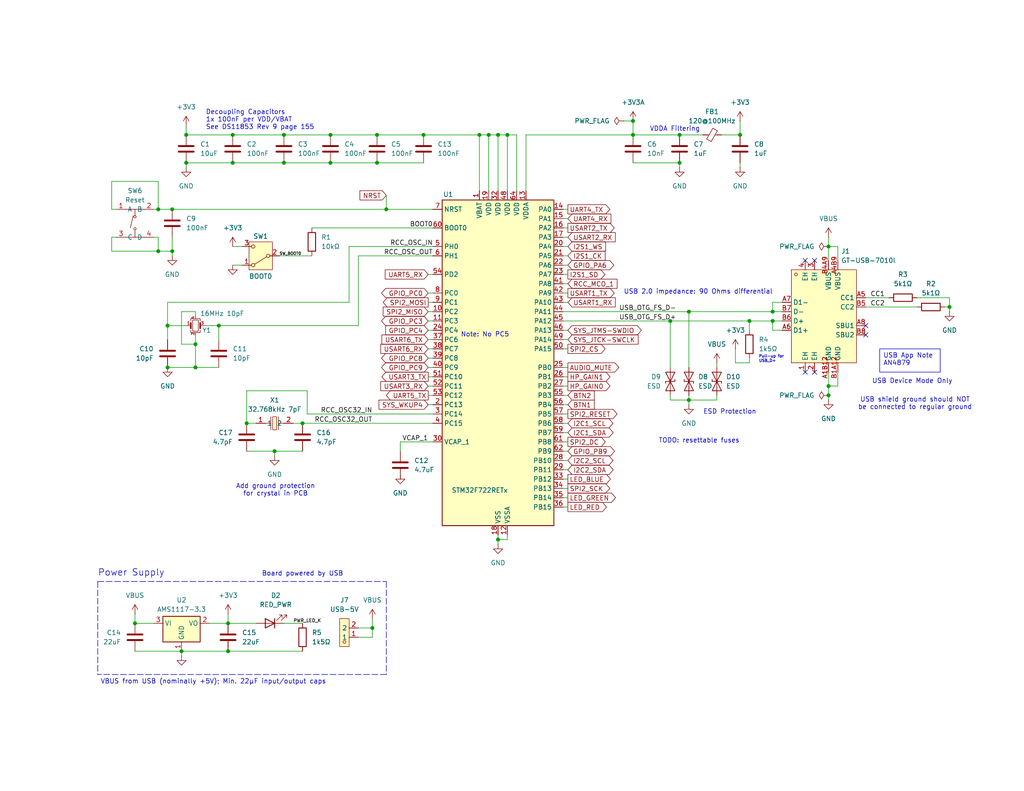
<source format=kicad_sch>
(kicad_sch (version 20231120) (generator "eeschema") (generator_version "8.0")
  (paper "USLetter")
  (title_block (title "MCU, Crystals, USB and Power") (date "2024-11-10") (rev "1") (company "Douglas P. Fields, Jr."))
  (junction (at 53.34 100.33))
  (junction (at 49.53 177.8))
  (junction (at 102.87 36.83))
  (junction (at 45.72 88.9))
  (junction (at 135.89 36.83))
  (junction (at 130.81 36.83))
  (junction (at 90.17 44.45))
  (junction (at 53.34 93.98))
  (junction (at 36.83 170.18))
  (junction (at 133.35 36.83))
  (junction (at 77.47 36.83))
  (junction (at 62.23 177.8))
  (junction (at 43.18 57.15))
  (junction (at 63.5 44.45))
  (junction (at 185.42 44.45))
  (junction (at 187.96 85.09))
  (junction (at 182.88 87.63))
  (junction (at 135.89 147.32))
  (junction (at 185.42 36.83))
  (junction (at 226.06 105.41))
  (junction (at 210.82 85.09))
  (junction (at 226.06 107.95))
  (junction (at 201.93 36.83))
  (junction (at 46.99 57.15))
  (junction (at 204.47 87.63))
  (junction (at 74.93 123.19))
  (junction (at 43.18 68.58))
  (junction (at 45.72 100.33))
  (junction (at 210.82 87.63))
  (junction (at 62.23 170.18))
  (junction (at 63.5 36.83))
  (junction (at 82.55 115.57))
  (junction (at 46.99 68.58))
  (junction (at 101.6 171.45))
  (junction (at 50.8 36.83))
  (junction (at 187.96 109.22))
  (junction (at 67.31 115.57))
  (junction (at 50.8 44.45))
  (junction (at 77.47 44.45))
  (junction (at 172.72 36.83))
  (junction (at 138.43 36.83))
  (junction (at 90.17 36.83))
  (junction (at 102.87 44.45))
  (junction (at 172.72 33.02))
  (junction (at 226.06 67.31))
  (junction (at 115.57 36.83))
  (junction (at 259.08 83.82))
  (junction (at 105.41 57.15))
  (junction (at 59.69 88.9))
  (no_connect (at 219.71 71.12))
  (no_connect (at 222.25 71.12))
  (no_connect (at 236.22 88.9))
  (no_connect (at 222.25 101.6))
  (no_connect (at 236.22 91.44))
  (no_connect (at 219.71 101.6))
  (wire (pts (xy 67.31 123.19) (xy 74.93 123.19)))
  (wire (pts (xy 204.47 87.63) (xy 204.47 90.17)))
  (wire (pts (xy 90.17 44.45) (xy 102.87 44.45)))
  (wire (pts (xy 46.99 68.58) (xy 46.99 64.77)))
  (wire (pts (xy 36.83 177.8) (xy 49.53 177.8)))
  (wire (pts (xy 135.89 147.32) (xy 135.89 148.59)))
  (wire (pts (xy 59.69 88.9) (xy 59.69 92.71)))
  (wire (pts (xy 116.84 107.95) (xy 118.11 107.95)))
  (wire (pts (xy 95.25 82.55) (xy 95.25 67.31)))
  (wire (pts (xy 154.94 64.77) (xy 153.67 64.77)))
  (wire (pts (xy 50.8 44.45) (xy 63.5 44.45)))
  (wire (pts (xy 77.47 36.83) (xy 90.17 36.83)))
  (wire (pts (xy 63.5 36.83) (xy 77.47 36.83)))
  (wire (pts (xy 105.41 57.15) (xy 46.99 57.15)))
  (wire (pts (xy 30.48 68.58) (xy 43.18 68.58)))
  (wire (pts (xy 62.23 167.64) (xy 62.23 170.18)))
  (wire (pts (xy 138.43 36.83) (xy 135.89 36.83)))
  (wire (pts (xy 30.48 57.15) (xy 31.75 57.15)))
  (wire (pts (xy 67.31 115.57) (xy 69.85 115.57)))
  (wire (pts (xy 185.42 36.83) (xy 191.77 36.83)))
  (wire (pts (xy 116.84 102.87) (xy 118.11 102.87)))
  (wire (pts (xy 201.93 33.02) (xy 201.93 36.83)))
  (wire (pts (xy 105.41 57.15) (xy 118.11 57.15)))
  (wire (pts (xy 109.22 130.81) (xy 109.22 129.54)))
  (wire (pts (xy 170.18 33.02) (xy 172.72 33.02)))
  (wire (pts (xy 62.23 177.8) (xy 82.55 177.8)))
  (wire (pts (xy 43.18 57.15) (xy 46.99 57.15)))
  (wire (pts (xy 204.47 99.06) (xy 204.47 97.79)))
  (wire (pts (xy 83.82 113.03) (xy 118.11 113.03)))
  (wire (pts (xy 116.84 87.63) (xy 118.11 87.63)))
  (wire (pts (xy 154.94 107.95) (xy 153.67 107.95)))
  (wire (pts (xy 130.81 36.83) (xy 133.35 36.83)))
  (wire (pts (xy 116.84 80.01) (xy 118.11 80.01)))
  (wire (pts (xy 259.08 81.28) (xy 259.08 83.82)))
  (wire (pts (xy 138.43 52.07) (xy 138.43 36.83)))
  (wire (pts (xy 46.99 69.85) (xy 46.99 68.58)))
  (wire (pts (xy 182.88 87.63) (xy 204.47 87.63)))
  (wire (pts (xy 182.88 109.22) (xy 187.96 109.22)))
  (wire (pts (xy 116.84 85.09) (xy 118.11 85.09)))
  (wire (pts (xy 95.25 67.31) (xy 118.11 67.31)))
  (wire (pts (xy 135.89 52.07) (xy 135.89 36.83)))
  (wire (pts (xy 153.67 100.33) (xy 154.94 100.33)))
  (wire (pts (xy 140.97 36.83) (xy 138.43 36.83)))
  (wire (pts (xy 74.93 123.19) (xy 82.55 123.19)))
  (wire (pts (xy 201.93 44.45) (xy 201.93 45.72)))
  (wire (pts (xy 228.6 67.31) (xy 226.06 67.31)))
  (wire (pts (xy 187.96 109.22) (xy 187.96 110.49)))
  (wire (pts (xy 83.82 106.68) (xy 83.82 113.03)))
  (wire (pts (xy 154.94 67.31) (xy 153.67 67.31)))
  (wire (pts (xy 154.94 59.69) (xy 153.67 59.69)))
  (wire (pts (xy 154.94 113.03) (xy 153.67 113.03)))
  (wire (pts (xy 154.94 57.15) (xy 153.67 57.15)))
  (wire (pts (xy 45.72 100.33) (xy 53.34 100.33)))
  (wire (pts (xy 154.94 128.27) (xy 153.67 128.27)))
  (wire (pts (xy 154.94 130.81) (xy 153.67 130.81)))
  (wire (pts (xy 204.47 87.63) (xy 210.82 87.63)))
  (wire (pts (xy 74.93 124.46) (xy 74.93 123.19)))
  (wire (pts (xy 154.94 95.25) (xy 153.67 95.25)))
  (wire (pts (xy 200.66 99.06) (xy 200.66 95.25)))
  (wire (pts (xy 185.42 44.45) (xy 185.42 45.72)))
  (wire (pts (xy 45.72 88.9) (xy 50.8 88.9)))
  (wire (pts (xy 130.81 36.83) (xy 130.81 52.07)))
  (wire (pts (xy 80.01 115.57) (xy 82.55 115.57)))
  (wire (pts (xy 259.08 85.09) (xy 259.08 83.82)))
  (wire (pts (xy 210.82 82.55) (xy 210.82 85.09)))
  (wire (pts (xy 187.96 85.09) (xy 187.96 100.33)))
  (wire (pts (xy 30.48 57.15) (xy 30.48 49.53)))
  (wire (pts (xy 43.18 68.58) (xy 46.99 68.58)))
  (wire (pts (xy 63.5 67.31) (xy 66.04 67.31)))
  (wire (pts (xy 154.94 110.49) (xy 153.67 110.49)))
  (wire (pts (xy 226.06 64.77) (xy 226.06 67.31)))
  (wire (pts (xy 182.88 87.63) (xy 182.88 100.33)))
  (wire (pts (xy 187.96 109.22) (xy 195.58 109.22)))
  (wire (pts (xy 77.47 170.18) (xy 82.55 170.18)))
  (wire (pts (xy 50.8 36.83) (xy 63.5 36.83)))
  (polyline (pts (xy 105.41 184.15) (xy 26.67 184.15)) (stroke (width 0) (type dash)))
  (wire (pts (xy 154.94 120.65) (xy 153.67 120.65)))
  (wire (pts (xy 53.34 86.36) (xy 53.34 85.09)))
  (wire (pts (xy 101.6 171.45) (xy 101.6 168.91)))
  (wire (pts (xy 116.84 90.17) (xy 118.11 90.17)))
  (wire (pts (xy 49.53 177.8) (xy 62.23 177.8)))
  (wire (pts (xy 154.94 135.89) (xy 153.67 135.89)))
  (wire (pts (xy 105.41 53.34) (xy 105.41 57.15)))
  (wire (pts (xy 30.48 49.53) (xy 43.18 49.53)))
  (wire (pts (xy 97.79 171.45) (xy 101.6 171.45)))
  (wire (pts (xy 195.58 99.06) (xy 195.58 100.33)))
  (wire (pts (xy 43.18 49.53) (xy 43.18 57.15)))
  (wire (pts (xy 172.72 36.83) (xy 185.42 36.83)))
  (wire (pts (xy 116.84 105.41) (xy 118.11 105.41)))
  (wire (pts (xy 53.34 100.33) (xy 59.69 100.33)))
  (wire (pts (xy 116.84 74.93) (xy 118.11 74.93)))
  (wire (pts (xy 210.82 87.63) (xy 213.36 87.63)))
  (wire (pts (xy 154.94 72.39) (xy 153.67 72.39)))
  (wire (pts (xy 154.94 118.11) (xy 153.67 118.11)))
  (wire (pts (xy 226.06 101.6) (xy 226.06 105.41)))
  (wire (pts (xy 172.72 44.45) (xy 185.42 44.45)))
  (wire (pts (xy 257.81 83.82) (xy 259.08 83.82)))
  (wire (pts (xy 116.84 82.55) (xy 118.11 82.55)))
  (wire (pts (xy 143.51 36.83) (xy 172.72 36.83)))
  (wire (pts (xy 242.57 81.28) (xy 236.22 81.28)))
  (wire (pts (xy 118.11 69.85) (xy 97.79 69.85)))
  (wire (pts (xy 50.8 34.29) (xy 50.8 36.83)))
  (wire (pts (xy 57.15 170.18) (xy 62.23 170.18)))
  (wire (pts (xy 195.58 107.95) (xy 195.58 109.22)))
  (wire (pts (xy 226.06 67.31) (xy 226.06 71.12)))
  (wire (pts (xy 77.47 44.45) (xy 90.17 44.45)))
  (wire (pts (xy 154.94 115.57) (xy 153.67 115.57)))
  (wire (pts (xy 41.91 57.15) (xy 43.18 57.15)))
  (wire (pts (xy 154.94 77.47) (xy 153.67 77.47)))
  (wire (pts (xy 76.2 69.85) (xy 85.09 69.85)))
  (wire (pts (xy 116.84 92.71) (xy 118.11 92.71)))
  (wire (pts (xy 53.34 93.98) (xy 53.34 100.33)))
  (wire (pts (xy 67.31 115.57) (xy 67.31 106.68)))
  (wire (pts (xy 210.82 90.17) (xy 213.36 90.17)))
  (wire (pts (xy 153.67 87.63) (xy 182.88 87.63)))
  (wire (pts (xy 53.34 93.98) (xy 53.34 91.44)))
  (wire (pts (xy 45.72 88.9) (xy 45.72 92.71)))
  (wire (pts (xy 135.89 36.83) (xy 133.35 36.83)))
  (wire (pts (xy 154.94 133.35) (xy 153.67 133.35)))
  (wire (pts (xy 228.6 105.41) (xy 226.06 105.41)))
  (wire (pts (xy 67.31 106.68) (xy 83.82 106.68)))
  (wire (pts (xy 250.19 81.28) (xy 259.08 81.28)))
  (wire (pts (xy 210.82 87.63) (xy 210.82 90.17)))
  (wire (pts (xy 210.82 85.09) (xy 213.36 85.09)))
  (wire (pts (xy 50.8 44.45) (xy 50.8 45.72)))
  (wire (pts (xy 62.23 170.18) (xy 69.85 170.18)))
  (wire (pts (xy 116.84 100.33) (xy 118.11 100.33)))
  (wire (pts (xy 187.96 109.22) (xy 187.96 107.95)))
  (wire (pts (xy 154.94 102.87) (xy 153.67 102.87)))
  (wire (pts (xy 226.06 105.41) (xy 226.06 107.95)))
  (wire (pts (xy 49.53 179.07) (xy 49.53 177.8)))
  (wire (pts (xy 45.72 82.55) (xy 45.72 88.9)))
  (wire (pts (xy 115.57 36.83) (xy 130.81 36.83)))
  (wire (pts (xy 138.43 147.32) (xy 138.43 146.05)))
  (wire (pts (xy 187.96 85.09) (xy 210.82 85.09)))
  (wire (pts (xy 196.85 36.83) (xy 201.93 36.83)))
  (wire (pts (xy 41.91 64.77) (xy 43.18 64.77)))
  (wire (pts (xy 102.87 36.83) (xy 115.57 36.83)))
  (wire (pts (xy 135.89 147.32) (xy 138.43 147.32)))
  (wire (pts (xy 116.84 95.25) (xy 118.11 95.25)))
  (wire (pts (xy 36.83 170.18) (xy 41.91 170.18)))
  (wire (pts (xy 97.79 173.99) (xy 101.6 173.99)))
  (wire (pts (xy 200.66 99.06) (xy 204.47 99.06)))
  (wire (pts (xy 109.22 120.65) (xy 118.11 120.65)))
  (wire (pts (xy 116.84 110.49) (xy 118.11 110.49)))
  (polyline (pts (xy 105.41 158.75) (xy 105.41 184.15)) (stroke (width 0) (type dash)))
  (wire (pts (xy 153.67 90.17) (xy 154.94 90.17)))
  (wire (pts (xy 97.79 69.85) (xy 97.79 88.9)))
  (wire (pts (xy 210.82 82.55) (xy 213.36 82.55)))
  (wire (pts (xy 154.94 82.55) (xy 153.67 82.55)))
  (wire (pts (xy 53.34 85.09) (xy 49.53 85.09)))
  (wire (pts (xy 154.94 125.73) (xy 153.67 125.73)))
  (wire (pts (xy 154.94 123.19) (xy 153.67 123.19)))
  (wire (pts (xy 154.94 74.93) (xy 153.67 74.93)))
  (wire (pts (xy 49.53 85.09) (xy 49.53 93.98)))
  (wire (pts (xy 30.48 64.77) (xy 31.75 64.77)))
  (wire (pts (xy 55.88 88.9) (xy 59.69 88.9)))
  (wire (pts (xy 153.67 85.09) (xy 187.96 85.09)))
  (wire (pts (xy 226.06 109.22) (xy 226.06 107.95)))
  (wire (pts (xy 154.94 92.71) (xy 153.67 92.71)))
  (wire (pts (xy 63.5 44.45) (xy 77.47 44.45)))
  (wire (pts (xy 101.6 173.99) (xy 101.6 171.45)))
  (wire (pts (xy 97.79 88.9) (xy 59.69 88.9)))
  (wire (pts (xy 250.19 83.82) (xy 236.22 83.82)))
  (wire (pts (xy 85.09 62.23) (xy 118.11 62.23)))
  (wire (pts (xy 228.6 71.12) (xy 228.6 67.31)))
  (wire (pts (xy 154.94 69.85) (xy 153.67 69.85)))
  (wire (pts (xy 182.88 109.22) (xy 182.88 107.95)))
  (wire (pts (xy 102.87 44.45) (xy 115.57 44.45)))
  (wire (pts (xy 109.22 120.65) (xy 109.22 123.19)))
  (wire (pts (xy 30.48 64.77) (xy 30.48 68.58)))
  (wire (pts (xy 82.55 115.57) (xy 118.11 115.57)))
  (wire (pts (xy 228.6 101.6) (xy 228.6 105.41)))
  (wire (pts (xy 172.72 33.02) (xy 172.72 36.83)))
  (wire (pts (xy 154.94 80.01) (xy 153.67 80.01)))
  (wire (pts (xy 135.89 146.05) (xy 135.89 147.32)))
  (wire (pts (xy 154.94 62.23) (xy 153.67 62.23)))
  (wire (pts (xy 36.83 167.64) (xy 36.83 170.18)))
  (wire (pts (xy 63.5 72.39) (xy 66.04 72.39)))
  (wire (pts (xy 45.72 82.55) (xy 95.25 82.55)))
  (wire (pts (xy 154.94 138.43) (xy 153.67 138.43)))
  (wire (pts (xy 143.51 52.07) (xy 143.51 36.83)))
  (wire (pts (xy 140.97 52.07) (xy 140.97 36.83)))
  (wire (pts (xy 43.18 64.77) (xy 43.18 68.58)))
  (wire (pts (xy 90.17 36.83) (xy 102.87 36.83)))
  (wire (pts (xy 49.53 93.98) (xy 53.34 93.98)))
  (wire (pts (xy 154.94 105.41) (xy 153.67 105.41)))
  (polyline (pts (xy 26.67 158.75) (xy 26.67 184.15)) (stroke (width 0) (type dash)))
  (wire (pts (xy 116.84 97.79) (xy 118.11 97.79)))
  (wire (pts (xy 133.35 36.83) (xy 133.35 52.07)))
  (polyline (pts (xy 26.67 158.75) (xy 105.41 158.75)) (stroke (width 0) (type dash)))
  (text_box "USB App Note\nAN4879" (at 240.03 95.25 0) (size 16.51 6.35) (effects (font (size 1.27 1.27)) (justify left top)))
  (text "Decoupling Capacitors\n1x 100nF per VDD/VBAT\nSee DS11853 Rev 9 page 155" (at 56.134 32.766 0) (effects (font (size 1.27 1.27)) (justify left)))
  (text "Pull-up for\nUSB_D+" (at 207.01 98.044 0) (effects (font (size 0.762 0.762)) (justify left)))
  (text "Board powered by USB" (at 82.55 156.718 0) (effects (font (size 1.27 1.27))))
  (text "Add ground protection\nfor crystal in PCB" (at 75.184 133.858 0) (effects (font (size 1.27 1.27))))
  (text "USB Device Mode Only" (at 248.92 104.14 0) (effects (font (size 1.27 1.27))))
  (text "USB 2.0 impedance: 90 Ohms differential " (at 191.008 79.756 0) (effects (font (size 1.27 1.27))))
  (text "Power Supply" (at 35.814 156.464 0) (effects (font (size 1.778 1.778))))
  (text "ESD Protection" (at 199.136 112.522 0) (effects (font (size 1.27 1.27))))
  (text "TODO: resettable fuses" (at 190.754 120.396 0) (effects (font (size 1.27 1.27))))
  (text "VBUS from USB (nominally +5V); Min. 22μF input/output caps" (at 27.432 186.182 0) (effects (font (size 1.27 1.27)) (justify left)))
  (text "VDDA Filtering" (at 184.15 35.306 0) (effects (font (size 1.27 1.27))))
  (text "Note: No PC5" (at 132.334 91.44 0) (effects (font (size 1.27 1.27))))
  (text "USB shield ground should NOT\nbe connected to regular ground" (at 249.682 110.236 0) (effects (font (size 1.27 1.27))))
  (label "BOOT0" (at 118.11 62.23 180))
  (label "PWR_LED_K" (at 80.01 170.18 0) (effects (font (size 0.889 0.889))))
  (label "RCC_OSC_OUT" (at 118.11 69.85 180))
  (label "RCC_OSC32_IN" (at 101.6 113.03 180))
  (label "RCC_OSC_IN" (at 118.11 67.31 180))
  (label "USB_OTG_FS_D-" (at 168.91 85.09 0))
  (label "RCC_OSC32_OUT" (at 101.6 115.57 180))
  (label "VCAP_1" (at 116.84 120.65 180))
  (label "CC2" (at 237.49 83.82 0))
  (label "SW_BOOT0" (at 76.2 69.85 0) (effects (font (size 0.762 0.762))))
  (label "CC1" (at 237.49 81.28 0))
  (label "USB_OTG_FS_D+" (at 168.91 87.63 0))
  (global_label "LED_BLUE" (shape output) (at 154.94 130.81 0) (property "Intersheetrefs" "${INTERSHEET_REFS}" (effects (hide yes))))
  (global_label "UART4_RX" (shape input) (at 154.94 59.69 0) (property "Intersheetrefs" "${INTERSHEET_REFS}" (effects (hide yes))))
  (global_label "SPI2_MOSI" (shape output) (at 116.84 82.55 180) (property "Intersheetrefs" "${INTERSHEET_REFS}" (effects (hide yes))))
  (global_label "GPIO_PC0" (shape bidirectional) (at 116.84 80.01 180) (property "Intersheetrefs" "${INTERSHEET_REFS}" (effects (hide yes))))
  (global_label "USART6_RX" (shape input) (at 116.84 95.25 180) (property "Intersheetrefs" "${INTERSHEET_REFS}" (effects (hide yes))))
  (global_label "GPIO_PC4" (shape input) (at 116.84 90.17 180) (property "Intersheetrefs" "${INTERSHEET_REFS}" (effects (hide yes))))
  (global_label "USART3_RX" (shape input) (at 116.84 105.41 180) (property "Intersheetrefs" "${INTERSHEET_REFS}" (effects (hide yes))))
  (global_label "HP_GAIN1" (shape output) (at 154.94 102.87 0) (property "Intersheetrefs" "${INTERSHEET_REFS}" (effects (hide yes))))
  (global_label "I2C1_SDA" (shape bidirectional) (at 154.94 118.11 0) (property "Intersheetrefs" "${INTERSHEET_REFS}" (effects (hide yes))))
  (global_label "I2S1_CK" (shape input) (at 154.94 69.85 0) (property "Intersheetrefs" "${INTERSHEET_REFS}" (effects (hide yes))))
  (global_label "HP_GAIN0" (shape output) (at 154.94 105.41 0) (property "Intersheetrefs" "${INTERSHEET_REFS}" (effects (hide yes))))
  (global_label "BTN2" (shape input) (at 154.94 107.95 0) (property "Intersheetrefs" "${INTERSHEET_REFS}" (effects (hide yes))))
  (global_label "USART2_TX" (shape output) (at 154.94 62.23 0) (property "Intersheetrefs" "${INTERSHEET_REFS}" (effects (hide yes))))
  (global_label "SYS_JTMS-SWDIO" (shape bidirectional) (at 154.94 90.17 0) (property "Intersheetrefs" "${INTERSHEET_REFS}" (effects (hide yes))))
  (global_label "RCC_MCO_1" (shape input) (at 154.94 77.47 0) (property "Intersheetrefs" "${INTERSHEET_REFS}" (effects (hide yes))))
  (global_label "AUDIO_MUTE" (shape output) (at 154.94 100.33 0) (property "Intersheetrefs" "${INTERSHEET_REFS}" (effects (hide yes))))
  (global_label "USART1_RX" (shape input) (at 154.94 82.55 0) (property "Intersheetrefs" "${INTERSHEET_REFS}" (effects (hide yes))))
  (global_label "I2S1_SD" (shape output) (at 154.94 74.93 0) (property "Intersheetrefs" "${INTERSHEET_REFS}" (effects (hide yes))))
  (global_label "GPIO_PC9" (shape bidirectional) (at 116.84 100.33 180) (property "Intersheetrefs" "${INTERSHEET_REFS}" (effects (hide yes))))
  (global_label "LED_RED" (shape output) (at 154.94 138.43 0) (property "Intersheetrefs" "${INTERSHEET_REFS}" (effects (hide yes))))
  (global_label "SYS_JTCK-SWCLK" (shape input) (at 154.94 92.71 0) (property "Intersheetrefs" "${INTERSHEET_REFS}" (effects (hide yes))))
  (global_label "I2C2_SDA" (shape bidirectional) (at 154.94 128.27 0) (property "Intersheetrefs" "${INTERSHEET_REFS}" (effects (hide yes))))
  (global_label "LED_GREEN" (shape output) (at 154.94 135.89 0) (property "Intersheetrefs" "${INTERSHEET_REFS}" (effects (hide yes))))
  (global_label "USART6_TX" (shape input) (at 116.84 92.71 180) (property "Intersheetrefs" "${INTERSHEET_REFS}" (effects (hide yes))))
  (global_label "GPIO_PA6" (shape bidirectional) (at 154.94 72.39 0) (property "Intersheetrefs" "${INTERSHEET_REFS}" (effects (hide yes))))
  (global_label "UART5_RX" (shape input) (at 116.84 74.93 180) (property "Intersheetrefs" "${INTERSHEET_REFS}" (effects (hide yes))))
  (global_label "SPI2_MISO" (shape input) (at 116.84 85.09 180) (property "Intersheetrefs" "${INTERSHEET_REFS}" (effects (hide yes))))
  (global_label "SPI2_CS" (shape output) (at 154.94 95.25 0) (property "Intersheetrefs" "${INTERSHEET_REFS}" (effects (hide yes))))
  (global_label "I2S1_WS" (shape input) (at 154.94 67.31 0) (property "Intersheetrefs" "${INTERSHEET_REFS}" (effects (hide yes))))
  (global_label "UART4_TX" (shape output) (at 154.94 57.15 0) (property "Intersheetrefs" "${INTERSHEET_REFS}" (effects (hide yes))))
  (global_label "UART5_TX" (shape output) (at 116.84 107.95 180) (property "Intersheetrefs" "${INTERSHEET_REFS}" (effects (hide yes))))
  (global_label "BTN1" (shape input) (at 154.94 110.49 0) (property "Intersheetrefs" "${INTERSHEET_REFS}" (effects (hide yes))))
  (global_label "I2C2_SCL" (shape bidirectional) (at 154.94 125.73 0) (property "Intersheetrefs" "${INTERSHEET_REFS}" (effects (hide yes))))
  (global_label "GPIO_PC3" (shape bidirectional) (at 116.84 87.63 180) (property "Intersheetrefs" "${INTERSHEET_REFS}" (effects (hide yes))))
  (global_label "USART2_RX" (shape input) (at 154.94 64.77 0) (property "Intersheetrefs" "${INTERSHEET_REFS}" (effects (hide yes))))
  (global_label "USART3_TX" (shape output) (at 116.84 102.87 180) (property "Intersheetrefs" "${INTERSHEET_REFS}" (effects (hide yes))))
  (global_label "SYS_WKUP4" (shape input) (at 116.84 110.49 180) (property "Intersheetrefs" "${INTERSHEET_REFS}" (effects (hide yes))))
  (global_label "SPI2_SCK" (shape output) (at 154.94 133.35 0) (property "Intersheetrefs" "${INTERSHEET_REFS}" (effects (hide yes))))
  (global_label "I2C1_SCL" (shape bidirectional) (at 154.94 115.57 0) (property "Intersheetrefs" "${INTERSHEET_REFS}" (effects (hide yes))))
  (global_label "SPI2_RESET" (shape output) (at 154.94 113.03 0) (property "Intersheetrefs" "${INTERSHEET_REFS}" (effects (hide yes))))
  (global_label "GPIO_PB9" (shape bidirectional) (at 154.94 123.19 0) (property "Intersheetrefs" "${INTERSHEET_REFS}" (effects (hide yes))))
  (global_label "USART1_TX" (shape output) (at 154.94 80.01 0) (property "Intersheetrefs" "${INTERSHEET_REFS}" (effects (hide yes))))
  (global_label "GPIO_PC8" (shape bidirectional) (at 116.84 97.79 180) (property "Intersheetrefs" "${INTERSHEET_REFS}" (effects (hide yes))))
  (global_label "NRST" (shape input) (at 105.41 53.34 180) (property "Intersheetrefs" "${INTERSHEET_REFS}" (effects (hide yes))))
  (global_label "SPI2_DC" (shape output) (at 154.94 120.65 0) (property "Intersheetrefs" "${INTERSHEET_REFS}" (effects (hide yes))))
  (symbol (lib_id "power:+3V3") (at 201.93 33.02 0) (unit 1)
    (property "Reference" "#PWR03" (effects (hide yes)))
    (property "Value" "+3V3" (at 201.93 27.94 0))
    (property "Description" "Power symbol creates a global label with name \"+3V3\"" (effects (hide yes)))
  )
  (symbol (lib_id "MCU_ST_STM32F7:STM32F722RETx") (at 135.89 100.33 0) (unit 1)
    (property "Reference" "U1" (at 120.904 53.086 0) (effects (justify left)))
    (property "Value" "STM32F722RETx" (at 123.19 133.858 0) (effects (justify left)))
    (property "Footprint" "Package_QFP:LQFP-64_10x10mm_P0.5mm" (effects (hide yes)))
    (property "Datasheet" "https://www.st.com/resource/en/datasheet/stm32f722re.pdf" (effects (hide yes)))
    (property "Description" "STMicroelectronics Arm Cortex-M7 MCU, 512KB flash, 256KB RAM, 216 MHz, 1.7-3.6V, 50 GPIO, LQFP64" (effects (hide yes)))
    (property "DPFNOTES" "512KB 1.7V~3.6V 256KB 216MHz FLASH 50 LQFP-64(10x10) Microcontrollers (MCU/MPU/SOC) ROHS STM32F722RET6" (effects (hide yes)))
    (property "LCSC" "C118207" (effects (hide yes)))
    (property "Manu Part" "STM32F722RET6" (effects (hide yes)))
    (property "Manufacturer" "STMicroelectronics" (effects (hide yes)))
    (property "JLC Basic Part" "Extended" (effects (hide yes)))
  )
  (symbol (lib_id "Device:C") (at 115.57 40.64 0) (unit 1)
    (property "Reference" "C13" (at 119.38 39.3699 0) (effects (justify left)))
    (property "Value" "100nF" (at 119.38 41.9099 0) (effects (justify left)))
    (property "Footprint" "Capacitor_SMD:C_0402_1005Metric" (effects (hide yes)))
    (property "Datasheet" "https://www.lcsc.com/datasheet/lcsc_datasheet_2304140030_Samsung-Electro-Mechanics-CL05B104KB54PNC_C307331.pdf" (effects (hide yes)))
    (property "Description" "Unpolarized capacitor" (effects (hide yes)))
    (property "LCSC" "C307331" (effects (hide yes)))
    (property "DPFNOTES" "50V 100nF X7R ±10% 0402 Multilayer Ceramic Capacitors MLCC - SMD/SMT ROHS" (effects (hide yes)))
    (property "JLC Basic Part" "Basic" (effects (hide yes)))
    (property "Manu Part" "CL05B104KB54PNC" (effects (hide yes)))
    (property "Manufacturer" "Samsung Electro-Mechanics" (effects (hide yes)))
  )
  (symbol (lib_id "power:PWR_FLAG") (at 170.18 33.02 90) (unit 1)
    (property "Reference" "#FLG03" (effects (hide yes)))
    (property "Value" "PWR_FLAG" (at 166.37 33.0199 90) (effects (justify left)))
    (property "Description" "Special symbol for telling ERC where power comes from" (effects (hide yes)))
  )
  (symbol (lib_id "power:VBUS") (at 36.83 167.64 0) (unit 1)
    (property "Reference" "#PWR019" (effects (hide yes)))
    (property "Value" "VBUS" (at 36.83 162.56 0))
    (property "Description" "Power symbol creates a global label with name \"VBUS\"" (effects (hide yes)))
  )
  (symbol (lib_id "Device:C") (at 63.5 40.64 0) (unit 1)
    (property "Reference" "C2" (at 67.31 39.3699 0) (effects (justify left)))
    (property "Value" "100nF" (at 67.31 41.9099 0) (effects (justify left)))
    (property "Footprint" "Capacitor_SMD:C_0402_1005Metric" (effects (hide yes)))
    (property "Datasheet" "https://www.lcsc.com/datasheet/lcsc_datasheet_2304140030_Samsung-Electro-Mechanics-CL05B104KB54PNC_C307331.pdf" (effects (hide yes)))
    (property "Description" "Unpolarized capacitor" (effects (hide yes)))
    (property "LCSC" "C307331" (effects (hide yes)))
    (property "DPFNOTES" "50V 100nF X7R ±10% 0402 Multilayer Ceramic Capacitors MLCC - SMD/SMT ROHS" (effects (hide yes)))
    (property "JLC Basic Part" "Basic" (effects (hide yes)))
    (property "Manu Part" "CL05B104KB54PNC" (effects (hide yes)))
    (property "Manufacturer" "Samsung Electro-Mechanics" (effects (hide yes)))
  )
  (symbol (lib_id "Diode:SZESD9B5.0ST5G") (at 182.88 104.14 270) (mirror x) (unit 1)
    (property "Reference" "D9" (at 180.34 102.8699 90) (effects (justify right)))
    (property "Value" "ESD" (at 180.34 105.4099 90) (effects (justify right)))
    (property "Footprint" "Diode_SMD:D_SOD-923" (effects (hide yes)))
    (property "Datasheet" "https://www.onsemi.com/pub/Collateral/ESD9B-D.PDF" (effects (hide yes)))
    (property "Description" "ESD protection diode, 5.0Vrwm, SOD-923 SZESD9B5.0ST5G" (effects (hide yes)))
    (property "LCSC" "C111566" (effects (hide yes)))
    (property "DPFNOTES" "5.8V Bidirectional 5V SOD-923 ESD and Surge Protection (TVS/ESD) ROHS - Some possibilities: C96512, C111566" (effects (hide yes)))
    (property "JLC Basic Part" "Extended" (effects (hide yes)))
    (property "Manu Part" "ESD9B5.0ST5G" (effects (hide yes)))
    (property "Manufacturer" "onsemi" (effects (hide yes)))
  )
  (symbol (lib_id "Switch:SW_SPDT") (at 71.12 69.85 180) (unit 1)
    (property "Reference" "SW1" (at 71.12 64.516 0))
    (property "Value" "BOOT0" (at 71.12 75.438 0))
    (property "Footprint" "Button_Switch_SMD:SW_SPDT_PCM12" (effects (hide yes)))
    (property "Datasheet" "https://www.lcsc.com/datasheet/lcsc_datasheet_1808041445_ALPSALPINE-SSSS811101_C109335.pdf" (effects (hide yes)))
    (property "Description" "Switch, single pole double throw" (effects (hide yes)))
    (property "LCSC" "C109335" (effects (hide yes)))
    (property "DPFNOTES" "ALPSALPINE SSSS811101, Like C&K PCM-12-SMT PCM12SMTR --- 300mA Horizontal attachment Single Pole Double Throw (SPDT) 5V 10,000 times SMD Slide Switches ROHS" (effects (hide yes)))
    (property "Manu Part" "SSSS811101" (effects (hide yes)))
    (property "Manufacturer" "ALPSALPINE" (effects (hide yes)))
    (property "JLC Basic Part" "Extended" (effects (hide yes)))
  )
  (symbol (lib_id "Diode:SZESD9B5.0ST5G") (at 187.96 104.14 90) (unit 1)
    (property "Reference" "D8" (at 190.5 102.8699 90) (effects (justify right)))
    (property "Value" "ESD" (at 190.5 105.4099 90) (effects (justify right)))
    (property "Footprint" "Diode_SMD:D_SOD-923" (effects (hide yes)))
    (property "Datasheet" "https://www.onsemi.com/pub/Collateral/ESD9B-D.PDF" (effects (hide yes)))
    (property "Description" "ESD protection diode, 5.0Vrwm, SOD-923 SZESD9B5.0ST5G" (effects (hide yes)))
    (property "LCSC" "C111566" (effects (hide yes)))
    (property "DPFNOTES" "5.8V Bidirectional 5V SOD-923 ESD and Surge Protection (TVS/ESD) ROHS - Some possibilities: C96512, C111566" (effects (hide yes)))
    (property "JLC Basic Part" "Extended" (effects (hide yes)))
    (property "Manu Part" "ESD9B5.0ST5G" (effects (hide yes)))
    (property "Manufacturer" "onsemi" (effects (hide yes)))
  )
  (symbol (lib_id "power:+3V3") (at 200.66 95.25 0) (unit 1)
    (property "Reference" "#PWR013" (effects (hide yes)))
    (property "Value" "+3V3" (at 200.66 90.17 0))
    (property "Description" "Power symbol creates a global label with name \"+3V3\"" (effects (hide yes)))
  )
  (symbol (lib_id "power:GND") (at 46.99 69.85 0) (unit 1)
    (property "Reference" "#PWR08" (effects (hide yes)))
    (property "Value" "GND" (at 46.99 74.93 0))
    (property "Description" "Power symbol creates a global label with name \"GND\" , ground" (effects (hide yes)))
  )
  (symbol (lib_id "power:GND") (at 187.96 110.49 0) (unit 1)
    (property "Reference" "#PWR018" (effects (hide yes)))
    (property "Value" "GND" (at 187.96 115.57 0))
    (property "Description" "Power symbol creates a global label with name \"GND\" , ground" (effects (hide yes)))
  )
  (symbol (lib_id "Device:R") (at 254 83.82 270) (mirror x) (unit 1)
    (property "Reference" "R2" (at 254 77.47 90))
    (property "Value" "5k1Ω" (at 254 80.01 90))
    (property "Footprint" "Resistor_SMD:R_0402_1005Metric" (effects (hide yes)))
    (property "Datasheet" "https://www.lcsc.com/datasheet/lcsc_datasheet_2206010045_UNI-ROYAL-Uniroyal-Elec-0402WGF5101TCE_C25905.pdf" (effects (hide yes)))
    (property "Description" "Resistor" (effects (hide yes)))
    (property "LCSC" "C25905" (effects (hide yes)))
    (property "DPFNOTES" "62.5mW Thick Film Resistors 50V ±100ppm/℃ ±1% 5.1kΩ 0402 Chip Resistor - Surface Mount ROHS" (effects (hide yes)))
    (property "Manu Part" "0402WGF5101TCE" (effects (hide yes)))
    (property "Manufacturer" "UNI-ROYAL(Uniroyal Elec)" (effects (hide yes)))
    (property "JLC Basic Part" "Basic" (effects (hide yes)))
  )
  (symbol (lib_id "power:+3V3") (at 50.8 34.29 0) (unit 1)
    (property "Reference" "#PWR05" (effects (hide yes)))
    (property "Value" "+3V3" (at 50.8 29.21 0))
    (property "Description" "Power symbol creates a global label with name \"+3V3\"" (effects (hide yes)))
  )
  (symbol (lib_id "Device:C") (at 59.69 96.52 0) (unit 1)
    (property "Reference" "C11" (at 63.5 95.2499 0) (effects (justify left)))
    (property "Value" "10pF" (at 63.5 97.7899 0) (effects (justify left)))
    (property "Footprint" "Capacitor_SMD:C_0402_1005Metric" (effects (hide yes)))
    (property "Datasheet" "https://www.lcsc.com/datasheet/lcsc_datasheet_2304140030_Samsung-Electro-Mechanics-CL05C100JB5NNNC_C32949.pdf" (effects (hide yes)))
    (property "Description" "Unpolarized capacitor" (effects (hide yes)))
    (property "LCSC" "C32949" (effects (hide yes)))
    (property "DPFNOTES" "50V 10pF C0G ±5% 0402 Multilayer Ceramic Capacitors MLCC - SMD/SMT ROHS" (effects (hide yes)))
    (property "JLC Basic Part" "Basic" (effects (hide yes)))
    (property "Manu Part" "CL05C100JB5NNNC" (effects (hide yes)))
    (property "Manufacturer" "Samsung Electro-Mechanics" (effects (hide yes)))
  )
  (symbol (lib_id "Device:C") (at 172.72 40.64 0) (unit 1)
    (property "Reference" "C6" (at 176.53 39.3699 0) (effects (justify left)))
    (property "Value" "10nF" (at 176.53 41.9099 0) (effects (justify left)))
    (property "Footprint" "Capacitor_SMD:C_0402_1005Metric" (effects (hide yes)))
    (property "Datasheet" "https://www.lcsc.com/datasheet/lcsc_datasheet_2304140030_Samsung-Electro-Mechanics-CL05B103KB5NNNC_C15195.pdf" (effects (hide yes)))
    (property "Description" "Unpolarized capacitor" (effects (hide yes)))
    (property "LCSC" "C15195" (effects (hide yes)))
    (property "DPFNOTES" "Samsung Electro-Mechanics CL05B103KB5NNNC 50V 10nF X7R ±10% 0402 Multilayer Ceramic Capacitors MLCC " (effects (hide yes)))
    (property "JLC Basic Part" "Basic" (effects (hide yes)))
    (property "Manu Part" "CL05B103KB5NNNC" (effects (hide yes)))
    (property "Manufacturer" "Samsung Electro-Mechanics" (effects (hide yes)))
  )
  (symbol (lib_id "easyeda2kicad:2541WV-02P") (at 92.71 172.72 180) (unit 1)
    (property "Reference" "J7" (at 93.98 163.83 0))
    (property "Value" "USB-5V" (at 93.98 166.37 0))
    (property "Footprint" "easyeda2kicad:HDR-TH_2P-P2.54-V-M-1" (effects (hide yes)))
    (property "Description" "2-pin 2.54mm male header, through hole" (effects (hide yes)))
    (property "LCSC Part" "C5383111" (effects (hide yes)))
    (property "LCSC" "C5383111" (effects (hide yes)))
  )
  (symbol (lib_id "Device:C") (at 77.47 40.64 0) (unit 1)
    (property "Reference" "C3" (at 81.28 39.3699 0) (effects (justify left)))
    (property "Value" "100nF" (at 81.28 41.9099 0) (effects (justify left)))
    (property "Footprint" "Capacitor_SMD:C_0402_1005Metric" (effects (hide yes)))
    (property "Datasheet" "https://www.lcsc.com/datasheet/lcsc_datasheet_2304140030_Samsung-Electro-Mechanics-CL05B104KB54PNC_C307331.pdf" (effects (hide yes)))
    (property "Description" "Unpolarized capacitor" (effects (hide yes)))
    (property "LCSC" "C307331" (effects (hide yes)))
    (property "DPFNOTES" "50V 100nF X7R ±10% 0402 Multilayer Ceramic Capacitors MLCC - SMD/SMT ROHS" (effects (hide yes)))
    (property "JLC Basic Part" "Basic" (effects (hide yes)))
    (property "Manu Part" "CL05B104KB54PNC" (effects (hide yes)))
    (property "Manufacturer" "Samsung Electro-Mechanics" (effects (hide yes)))
  )
  (symbol (lib_id "Device:FerriteBead_Small") (at 194.31 36.83 90) (unit 1)
    (property "Reference" "FB1" (at 194.2719 30.48 90))
    (property "Value" "120@100MHz" (at 194.2719 33.02 90))
    (property "Footprint" "Inductor_SMD:L_0603_1608Metric" (effects (hide yes)))
    (property "Datasheet" "https://www.lcsc.com/datasheet/lcsc_datasheet_2009171304_TAI-TECH-FCM1608KF-601T05_C133937.pdf" (effects (hide yes)))
    (property "Description" "Ferrite bead, small symbol" (effects (hide yes)))
    (property "LCSC" "C133937" (effects (hide yes)))
    (property "DPFNOTES" "TAI-TECH FCM1608KF-601T05, used on Nucleo-F767ZI --- 500mΩ ±25% 600Ω@100MHz 0603 Ferrite Beads ROHS" (effects (hide yes)))
    (property "Manu Part" "FCM1608KF-601T05" (effects (hide yes)))
    (property "Manufacturer" "TAI-TECH" (effects (hide yes)))
    (property "JLC Basic Part" "Extended" (effects (hide yes)))
  )
  (symbol (lib_id "Device:C") (at 82.55 119.38 0) (unit 1)
    (property "Reference" "C16" (at 86.36 118.1099 0) (effects (justify left)))
    (property "Value" "4.7pF" (at 86.36 120.6499 0) (effects (justify left)))
    (property "Footprint" "Capacitor_SMD:C_0402_1005Metric" (effects (hide yes)))
    (property "Datasheet" "https://www.lcsc.com/datasheet/lcsc_datasheet_2304140030_FH--Guangdong-Fenghua-Advanced-Tech-0402CG4R7C500NT_C1569.pdf" (effects (hide yes)))
    (property "Description" "Unpolarized capacitor" (effects (hide yes)))
    (property "LCSC" "C1569" (effects (hide yes)))
    (property "DPFNOTES" "7pF crystal, 3-5pF Cs, 7 - 3 = 4 x 2 = 8 -> 7 - 5 = 2 x 2 = 4 --- 50V 4.7pF C0G 0402 Multilayer Ceramic Capacitors MLCC - SMD/SMT ROHS" (effects (hide yes)))
    (property "JLC Basic Part" "Extended" (effects (hide yes)))
    (property "Manu Part" "0402CG4R7C500NT" (effects (hide yes)))
    (property "Manufacturer" "FH (Guangdong Fenghua Advanced Tech)" (effects (hide yes)))
  )
  (symbol (lib_id "power:VBUS") (at 226.06 64.77 0) (unit 1)
    (property "Reference" "#PWR014" (effects (hide yes)))
    (property "Value" "VBUS" (at 226.06 59.69 0))
    (property "Description" "Power symbol creates a global label with name \"VBUS\"" (effects (hide yes)))
  )
  (symbol (lib_id "power:VBUS") (at 101.6 168.91 0) (unit 1)
    (property "Reference" "#PWR040" (effects (hide yes)))
    (property "Value" "VBUS" (at 101.6 163.83 0))
    (property "Description" "Power symbol creates a global label with name \"VBUS\"" (effects (hide yes)))
  )
  (symbol (lib_id "power:GND") (at 49.53 179.07 0) (unit 1)
    (property "Reference" "#PWR020" (effects (hide yes)))
    (property "Value" "GND" (effects (hide yes)))
    (property "Description" "Power symbol creates a global label with name \"GND\" , ground" (effects (hide yes)))
  )
  (symbol (lib_id "easyeda2kicad:TS-1187A-B-A-B") (at 36.83 59.69 0) (unit 1)
    (property "Reference" "SW6" (at 36.83 52.07 0))
    (property "Value" "Reset" (at 36.83 54.61 0))
    (property "Footprint" "easyeda2kicad:SW-SMD_4P-L5.1-W5.1-P3.70-LS6.5-TL-2" (effects (hide yes)))
    (property "Datasheet" "https://lcsc.com/product-detail/Tactile-Switches_XKB-Enterprise-TS-1187-B-A-A_C318884.html" (effects (hide yes)))
    (property "LCSC Part" "C318884" (effects (hide yes)))
    (property "LCSC" "C318884" (effects (hide yes)))
    (property "Manu Part" "TS-1187A-B-A-B" (effects (hide yes)))
    (property "Manufacturer" "XKB Connection" (effects (hide yes)))
    (property "DPFNOTES" "None Without 50mA 5.1mm 100000 Times 160gf 12V 5.1mm 1.5mm Round Button Standing paste SPST SMD Tactile Switches ROHS" (effects (hide yes)))
    (property "JLC Basic Part" "Basic" (effects (hide yes)))
  )
  (symbol (lib_id "power:+3.3VA") (at 172.72 33.02 0) (unit 1)
    (property "Reference" "#PWR06" (effects (hide yes)))
    (property "Value" "+3V3A" (at 172.72 27.94 0))
    (property "Description" "Power symbol creates a global label with name \"+3.3VA\"" (effects (hide yes)))
  )
  (symbol (lib_id "Device:C") (at 67.31 119.38 0) (mirror y) (unit 1)
    (property "Reference" "C17" (at 63.5 118.1099 0) (effects (justify left)))
    (property "Value" "4.7pF" (at 63.5 120.6499 0) (effects (justify left)))
    (property "Footprint" "Capacitor_SMD:C_0402_1005Metric" (effects (hide yes)))
    (property "Datasheet" "https://www.lcsc.com/datasheet/lcsc_datasheet_2304140030_FH--Guangdong-Fenghua-Advanced-Tech-0402CG4R7C500NT_C1569.pdf" (effects (hide yes)))
    (property "Description" "Unpolarized capacitor" (effects (hide yes)))
    (property "LCSC" "C1569" (effects (hide yes)))
    (property "DPFNOTES" "7pF crystal, 3-5pF Cs, 7 - 3 = 4 x 2 = 8 -> 7 - 5 = 2 x 2 = 4 --- 50V 4.7pF C0G 0402 Multilayer Ceramic Capacitors MLCC - SMD/SMT ROHS" (effects (hide yes)))
    (property "JLC Basic Part" "Extended" (effects (hide yes)))
    (property "Manu Part" "0402CG4R7C500NT" (effects (hide yes)))
    (property "Manufacturer" "FH (Guangdong Fenghua Advanced Tech)" (effects (hide yes)))
  )
  (symbol (lib_id "power:GND") (at 226.06 109.22 0) (unit 1)
    (property "Reference" "#PWR015" (effects (hide yes)))
    (property "Value" "GND" (at 226.06 114.3 0))
    (property "Description" "Power symbol creates a global label with name \"GND\" , ground" (effects (hide yes)))
  )
  (symbol (lib_id "Device:C") (at 45.72 96.52 0) (mirror y) (unit 1)
    (property "Reference" "C10" (at 41.91 95.2499 0) (effects (justify left)))
    (property "Value" "10pF" (at 41.91 97.7899 0) (effects (justify left)))
    (property "Footprint" "Capacitor_SMD:C_0402_1005Metric" (effects (hide yes)))
    (property "Datasheet" "https://www.lcsc.com/datasheet/lcsc_datasheet_2304140030_Samsung-Electro-Mechanics-CL05C100JB5NNNC_C32949.pdf" (effects (hide yes)))
    (property "Description" "Unpolarized capacitor" (effects (hide yes)))
    (property "LCSC" "C32949" (effects (hide yes)))
    (property "DPFNOTES" "50V 10pF C0G ±5% 0402 Multilayer Ceramic Capacitors MLCC - SMD/SMT ROHS" (effects (hide yes)))
    (property "JLC Basic Part" "Basic" (effects (hide yes)))
    (property "Manu Part" "CL05C100JB5NNNC" (effects (hide yes)))
    (property "Manufacturer" "Samsung Electro-Mechanics" (effects (hide yes)))
  )
  (symbol (lib_id "power:GND") (at 50.8 45.72 0) (unit 1)
    (property "Reference" "#PWR01" (effects (hide yes)))
    (property "Value" "GND" (at 50.8 50.8 0))
    (property "Description" "Power symbol creates a global label with name \"GND\" , ground" (effects (hide yes)))
  )
  (symbol (lib_id "power:PWR_FLAG") (at 226.06 67.31 90) (mirror x) (unit 1)
    (property "Reference" "#FLG01" (effects (hide yes)))
    (property "Value" "PWR_FLAG" (at 222.25 67.3099 90) (effects (justify left)))
    (property "Description" "Special symbol for telling ERC where power comes from" (effects (hide yes)))
  )
  (symbol (lib_id "power:GND") (at 74.93 124.46 0) (unit 1)
    (property "Reference" "#PWR022" (effects (hide yes)))
    (property "Value" "GND" (at 74.93 129.54 0))
    (property "Description" "Power symbol creates a global label with name \"GND\" , ground" (effects (hide yes)))
  )
  (symbol (lib_id "power:+3V3") (at 63.5 67.31 0) (unit 1)
    (property "Reference" "#PWR09" (effects (hide yes)))
    (property "Value" "+3V3" (at 63.5 62.23 0))
    (property "Description" "Power symbol creates a global label with name \"+3V3\"" (effects (hide yes)))
  )
  (symbol (lib_id "Device:R") (at 85.09 66.04 0) (unit 1)
    (property "Reference" "R1" (at 87.63 64.7699 0) (effects (justify left)))
    (property "Value" "10kΩ" (at 87.63 67.3099 0) (effects (justify left)))
    (property "Footprint" "Resistor_SMD:R_0402_1005Metric" (effects (hide yes)))
    (property "Datasheet" "https://www.lcsc.com/datasheet/lcsc_datasheet_2206010100_UNI-ROYAL-Uniroyal-Elec-0402WGF1002TCE_C25744.pdf" (effects (hide yes)))
    (property "Description" "Resistor" (effects (hide yes)))
    (property "LCSC" "C25744" (effects (hide yes)))
    (property "DPFNOTES" "UNI-ROYAL(Uniroyal Elec) 0402WGF1002TCE 62.5mW Thick Film Resistors 50V ±100ppm/℃ ±1% 10kΩ 0402 Chip Resistor " (effects (hide yes)))
    (property "Manu Part" "0402WGF1002TCE" (effects (hide yes)))
    (property "Manufacturer" "UNI-ROYAL(Uniroyal Elec)" (effects (hide yes)))
    (property "JLC Basic Part" "Basic" (effects (hide yes)))
  )
  (symbol (lib_id "easyeda2kicad:GT-USB-7010I") (at 226.06 81.28 0) (unit 1)
    (property "Reference" "J1" (at 229.5241 68.58 0) (effects (justify left)))
    (property "Value" "GT-USB-7010I" (at 229.5241 71.12 0) (effects (justify left)))
    (property "Footprint" "easyeda2kicad:USB-C-SMD_GT-USB-7010I" (effects (hide yes)))
    (property "Datasheet" "https://wmsc.lcsc.com/wmsc/upload/file/pdf/v2/lcsc/2312191005_G-Switch-GT-USB-7010i_C5362630.pdf --- https://www.usb.org/sites/default/files/documents/usb_type-c.zip" (effects (hide yes)))
    (property "Description" "USB 2.0-only 14P Type-C Receptacle connector" (effects (hide yes)))
    (property "LCSC Part" "C5362630" (effects (hide yes)))
    (property "LCSC" "C5362630" (effects (hide yes)))
    (property "DPFNOTES" "Female Type-C USB Connectors ROHS" (effects (hide yes)))
    (property "Manu Part" "GT-USB-7010i" (effects (hide yes)))
    (property "Manufacturer" "G-Switch" (effects (hide yes)))
    (property "JLC Basic Part" "Extended" (effects (hide yes)))
  )
  (symbol (lib_id "Device:C") (at 102.87 40.64 0) (unit 1)
    (property "Reference" "C5" (at 106.68 39.3699 0) (effects (justify left)))
    (property "Value" "100nF" (at 106.68 41.9099 0) (effects (justify left)))
    (property "Footprint" "Capacitor_SMD:C_0402_1005Metric" (effects (hide yes)))
    (property "Datasheet" "https://www.lcsc.com/datasheet/lcsc_datasheet_2304140030_Samsung-Electro-Mechanics-CL05B104KB54PNC_C307331.pdf" (effects (hide yes)))
    (property "Description" "Unpolarized capacitor" (effects (hide yes)))
    (property "LCSC" "C307331" (effects (hide yes)))
    (property "DPFNOTES" "50V 100nF X7R ±10% 0402 Multilayer Ceramic Capacitors MLCC - SMD/SMT ROHS" (effects (hide yes)))
    (property "JLC Basic Part" "Basic" (effects (hide yes)))
    (property "Manu Part" "CL05B104KB54PNC" (effects (hide yes)))
    (property "Manufacturer" "Samsung Electro-Mechanics" (effects (hide yes)))
  )
  (symbol (lib_id "Device:C") (at 185.42 40.64 0) (unit 1)
    (property "Reference" "C7" (at 189.23 39.3699 0) (effects (justify left)))
    (property "Value" "1uF" (at 189.23 41.9099 0) (effects (justify left)))
    (property "Footprint" "Capacitor_SMD:C_0402_1005Metric" (effects (hide yes)))
    (property "Datasheet" "https://www.lcsc.com/datasheet/lcsc_datasheet_2304140030_Samsung-Electro-Mechanics-CL05A105KA5NQNC_C52923.pdf" (effects (hide yes)))
    (property "Description" "Unpolarized capacitor" (effects (hide yes)))
    (property "LCSC" "C52923" (effects (hide yes)))
    (property "DPFNOTES" "25V 1uF X5R ±10% 0402 Multilayer Ceramic Capacitors MLCC - SMD/SMT ROHS" (effects (hide yes)))
    (property "JLC Basic Part" "Basic" (effects (hide yes)))
    (property "Manu Part" "CL05A105KA5NQNC" (effects (hide yes)))
    (property "Manufacturer" "Samsung Electro-Mechanics" (effects (hide yes)))
  )
  (symbol (lib_id "power:GND") (at 185.42 45.72 0) (unit 1)
    (property "Reference" "#PWR02" (effects (hide yes)))
    (property "Value" "GND" (at 185.42 50.8 0))
    (property "Description" "Power symbol creates a global label with name \"GND\" , ground" (effects (hide yes)))
  )
  (symbol (lib_id "Device:C") (at 46.99 60.96 0) (unit 1)
    (property "Reference" "C9" (at 50.8 59.6899 0) (effects (justify left)))
    (property "Value" "100nF" (at 50.8 62.2299 0) (effects (justify left)))
    (property "Footprint" "Capacitor_SMD:C_0402_1005Metric" (effects (hide yes)))
    (property "Datasheet" "https://www.lcsc.com/datasheet/lcsc_datasheet_2304140030_Samsung-Electro-Mechanics-CL05B104KB54PNC_C307331.pdf" (effects (hide yes)))
    (property "Description" "Unpolarized capacitor" (effects (hide yes)))
    (property "LCSC" "C307331" (effects (hide yes)))
    (property "DPFNOTES" "50V 100nF X7R ±10% 0402 Multilayer Ceramic Capacitors MLCC - SMD/SMT ROHS" (effects (hide yes)))
    (property "JLC Basic Part" "Basic" (effects (hide yes)))
    (property "Manu Part" "CL05B104KB54PNC" (effects (hide yes)))
    (property "Manufacturer" "Samsung Electro-Mechanics" (effects (hide yes)))
  )
  (symbol (lib_id "Device:C") (at 62.23 173.99 0) (unit 1)
    (property "Reference" "C15" (at 66.04 172.7199 0) (effects (justify left)))
    (property "Value" "22uF" (at 66.04 175.2599 0) (effects (justify left)))
    (property "Footprint" "Capacitor_SMD:C_0805_2012Metric" (effects (hide yes)))
    (property "Datasheet" "https://www.lcsc.com/datasheet/lcsc_datasheet_2304140030_Samsung-Electro-Mechanics-CL21A226MAQNNNE_C45783.pdf" (effects (hide yes)))
    (property "Description" "Unpolarized capacitor" (effects (hide yes)))
    (property "LCSC" "C45783" (effects (hide yes)))
    (property "DPFNOTES" "25V 22uF X5R ±20% 0805 Multilayer Ceramic Capacitors MLCC - SMD/SMT ROHS" (effects (hide yes)))
    (property "JLC Basic Part" "Basic" (effects (hide yes)))
    (property "Manu Part" "CL21A226MAQNNNE" (effects (hide yes)))
    (property "Manufacturer" "Samsung Electro-Mechanics" (effects (hide yes)))
  )
  (symbol (lib_id "easyeda2kicad:Q13FC1350000200") (at 74.93 115.57 0) (unit 1)
    (property "Reference" "X1" (at 74.93 109.22 0))
    (property "Value" "32.768kHz 7pF" (at 74.93 111.76 0))
    (property "Footprint" "easyeda2kicad:FC-135R_L3.2-W1.5" (effects (hide yes)))
    (property "Datasheet" "https://lcsc.com/product-detail/SMD-Crystals_EPSON_Q13FC1350000200_FC-135-32-768KHZ-7PF-20PPM_C48615.html" (effects (hide yes)))
    (property "LCSC Part" "C48615" (effects (hide yes)))
    (property "LCSC" "C48615" (effects (hide yes)))
    (property "DPFNOTES" "Seiko Epson Q13FC13500002 32.768kHz Surface Mount Crystal 7pF ±20ppm SMD3215-2P Crystals ROHS" (effects (hide yes)))
    (property "Manu Part" "Q13FC13500002" (effects (hide yes)))
    (property "Manufacturer" "Seiko Epson" (effects (hide yes)))
    (property "JLC Basic Part" "Extended" (effects (hide yes)))
  )
  (symbol (lib_id "power:PWR_FLAG") (at 226.06 107.95 90) (unit 1)
    (property "Reference" "#FLG02" (effects (hide yes)))
    (property "Value" "PWR_FLAG" (at 222.25 107.9499 90) (effects (justify left)))
    (property "Description" "Special symbol for telling ERC where power comes from" (effects (hide yes)))
  )
  (symbol (lib_id "Device:C") (at 90.17 40.64 0) (unit 1)
    (property "Reference" "C4" (at 93.98 39.3699 0) (effects (justify left)))
    (property "Value" "100nF" (at 93.98 41.9099 0) (effects (justify left)))
    (property "Footprint" "Capacitor_SMD:C_0402_1005Metric" (effects (hide yes)))
    (property "Datasheet" "https://www.lcsc.com/datasheet/lcsc_datasheet_2304140030_Samsung-Electro-Mechanics-CL05B104KB54PNC_C307331.pdf" (effects (hide yes)))
    (property "Description" "Unpolarized capacitor" (effects (hide yes)))
    (property "LCSC" "C307331" (effects (hide yes)))
    (property "DPFNOTES" "50V 100nF X7R ±10% 0402 Multilayer Ceramic Capacitors MLCC - SMD/SMT ROHS" (effects (hide yes)))
    (property "JLC Basic Part" "Basic" (effects (hide yes)))
    (property "Manu Part" "CL05B104KB54PNC" (effects (hide yes)))
    (property "Manufacturer" "Samsung Electro-Mechanics" (effects (hide yes)))
  )
  (symbol (lib_id "Device:C") (at 36.83 173.99 0) (mirror y) (unit 1)
    (property "Reference" "C14" (at 33.02 172.7199 0) (effects (justify left)))
    (property "Value" "22uF" (at 33.02 175.2599 0) (effects (justify left)))
    (property "Footprint" "Capacitor_SMD:C_0805_2012Metric" (effects (hide yes)))
    (property "Datasheet" "https://www.lcsc.com/datasheet/lcsc_datasheet_2304140030_Samsung-Electro-Mechanics-CL21A226MAQNNNE_C45783.pdf" (effects (hide yes)))
    (property "Description" "Unpolarized capacitor" (effects (hide yes)))
    (property "LCSC" "C45783" (effects (hide yes)))
    (property "DPFNOTES" "25V 22uF X5R ±20% 0805 Multilayer Ceramic Capacitors MLCC - SMD/SMT ROHS" (effects (hide yes)))
    (property "JLC Basic Part" "Basic" (effects (hide yes)))
    (property "Manu Part" "CL21A226MAQNNNE" (effects (hide yes)))
    (property "Manufacturer" "Samsung Electro-Mechanics" (effects (hide yes)))
  )
  (symbol (lib_id "power:VBUS") (at 195.58 99.06 0) (unit 1)
    (property "Reference" "#PWR016" (effects (hide yes)))
    (property "Value" "VBUS" (at 195.58 93.98 0))
    (property "Description" "Power symbol creates a global label with name \"VBUS\"" (effects (hide yes)))
  )
  (symbol (lib_id "Device:R") (at 246.38 81.28 270) (mirror x) (unit 1)
    (property "Reference" "R3" (at 246.38 74.93 90))
    (property "Value" "5k1Ω" (at 246.38 77.47 90))
    (property "Footprint" "Resistor_SMD:R_0402_1005Metric" (effects (hide yes)))
    (property "Datasheet" "https://www.lcsc.com/datasheet/lcsc_datasheet_2206010045_UNI-ROYAL-Uniroyal-Elec-0402WGF5101TCE_C25905.pdf" (effects (hide yes)))
    (property "Description" "Resistor" (effects (hide yes)))
    (property "LCSC" "C25905" (effects (hide yes)))
    (property "DPFNOTES" "62.5mW Thick Film Resistors 50V ±100ppm/℃ ±1% 5.1kΩ 0402 Chip Resistor - Surface Mount ROHS" (effects (hide yes)))
    (property "Manu Part" "0402WGF5101TCE" (effects (hide yes)))
    (property "Manufacturer" "UNI-ROYAL(Uniroyal Elec)" (effects (hide yes)))
    (property "JLC Basic Part" "Basic" (effects (hide yes)))
  )
  (symbol (lib_id "Diode:SZESD9B5.0ST5G") (at 195.58 104.14 90) (unit 1)
    (property "Reference" "D10" (at 198.12 102.8699 90) (effects (justify right)))
    (property "Value" "ESD" (at 198.12 105.4099 90) (effects (justify right)))
    (property "Footprint" "Diode_SMD:D_SOD-923" (effects (hide yes)))
    (property "Datasheet" "https://www.onsemi.com/pub/Collateral/ESD9B-D.PDF" (effects (hide yes)))
    (property "Description" "ESD protection diode, 5.0Vrwm, SOD-923 SZESD9B5.0ST5G" (effects (hide yes)))
    (property "LCSC" "C111566" (effects (hide yes)))
    (property "DPFNOTES" "5.8V Bidirectional 5V SOD-923 ESD and Surge Protection (TVS/ESD) ROHS - Some possibilities: C96512, C111566" (effects (hide yes)))
    (property "JLC Basic Part" "Extended" (effects (hide yes)))
    (property "Manu Part" "ESD9B5.0ST5G" (effects (hide yes)))
    (property "Manufacturer" "onsemi" (effects (hide yes)))
  )
  (symbol (lib_id "power:GND") (at 109.22 129.54 0) (unit 1)
    (property "Reference" "#PWR017" (effects (hide yes)))
    (property "Value" "GND" (at 109.22 134.62 0))
    (property "Description" "Power symbol creates a global label with name \"GND\" , ground" (effects (hide yes)))
  )
  (symbol (lib_id "Device:Crystal_GND24_Small") (at 53.34 88.9 0) (unit 1)
    (property "Reference" "Y1" (at 55.118 90.17 0) (effects (justify left)))
    (property "Value" "16MHz 10pF" (at 54.61 85.598 0) (effects (justify left)))
    (property "Footprint" "Crystal:Crystal_SMD_3225-4Pin_3.2x2.5mm" (effects (hide yes)))
    (property "Datasheet" "https://www.lcsc.com/datasheet/lcsc_datasheet_2403291504_YXC-Crystal-Oscillators-X322516MMB4SI_C112972.pdf" (effects (hide yes)))
    (property "Description" "Four pin crystal, GND on pins 2 and 4, small symbol" (effects (hide yes)))
    (property "LCSC" "C112972" (effects (hide yes)))
    (property "DPFNOTES" "16MHz Surface Mount Crystal 10pF ±10ppm ±20ppm SMD3225-4P Crystals ROHS" (effects (hide yes)))
    (property "Manu Part" "X322516MMB4SI" (effects (hide yes)))
    (property "Manufacturer" "YXC Crystal Oscillators" (effects (hide yes)))
    (property "JLC Basic Part" "Extended" (effects (hide yes)))
  )
  (symbol (lib_id "power:GND") (at 259.08 85.09 0) (mirror y) (unit 1)
    (property "Reference" "#PWR012" (effects (hide yes)))
    (property "Value" "GND" (at 259.08 90.17 0))
    (property "Description" "Power symbol creates a global label with name \"GND\" , ground" (effects (hide yes)))
  )
  (symbol (lib_id "Device:LED") (at 73.66 170.18 180) (unit 1)
    (property "Reference" "D2" (at 75.2475 162.56 0))
    (property "Value" "RED_PWR" (at 75.2475 165.1 0))
    (property "Footprint" "LED_SMD:LED_0603_1608Metric" (effects (hide yes)))
    (property "Datasheet" "https://www.lcsc.com/datasheet/lcsc_datasheet_1810231112_Hubei-KENTO-Elec-KT-0603R_C2286.pdf" (effects (hide yes)))
    (property "Description" "Light emitting diode" (effects (hide yes)))
    (property "LCSC" "C2286" (effects (hide yes)))
    (property "DPFNOTES" "-40℃~+85℃ Red 0603 LED Indication - Discrete ROHS" (effects (hide yes)))
    (property "JLC Basic Part" "Basic" (effects (hide yes)))
    (property "Manu Part" "KT-0603R" (effects (hide yes)))
    (property "Manufacturer" "Hubei KENTO Elec" (effects (hide yes)))
  )
  (symbol (lib_id "Device:C") (at 201.93 40.64 0) (unit 1)
    (property "Reference" "C8" (at 205.74 39.3699 0) (effects (justify left)))
    (property "Value" "1uF" (at 205.74 41.9099 0) (effects (justify left)))
    (property "Footprint" "Capacitor_SMD:C_0402_1005Metric" (effects (hide yes)))
    (property "Datasheet" "https://www.lcsc.com/datasheet/lcsc_datasheet_2304140030_Samsung-Electro-Mechanics-CL05A105KA5NQNC_C52923.pdf" (effects (hide yes)))
    (property "Description" "Unpolarized capacitor" (effects (hide yes)))
    (property "LCSC" "C52923" (effects (hide yes)))
    (property "DPFNOTES" "25V 1uF X5R ±10% 0402 Multilayer Ceramic Capacitors MLCC - SMD/SMT ROHS" (effects (hide yes)))
    (property "JLC Basic Part" "Basic" (effects (hide yes)))
    (property "Manu Part" "CL05A105KA5NQNC" (effects (hide yes)))
    (property "Manufacturer" "Samsung Electro-Mechanics" (effects (hide yes)))
  )
  (symbol (lib_id "power:GND") (at 63.5 72.39 0) (unit 1)
    (property "Reference" "#PWR010" (effects (hide yes)))
    (property "Value" "GND" (effects (hide yes)))
    (property "Description" "Power symbol creates a global label with name \"GND\" , ground" (effects (hide yes)))
  )
  (symbol (lib_id "power:GND") (at 45.72 100.33 0) (unit 1)
    (property "Reference" "#PWR011" (effects (hide yes)))
    (property "Value" "GND" (at 45.72 105.41 0))
    (property "Description" "Power symbol creates a global label with name \"GND\" , ground" (effects (hide yes)))
  )
  (symbol (lib_id "Device:R") (at 204.47 93.98 0) (unit 1)
    (property "Reference" "R4" (at 207.01 92.7099 0) (effects (justify left)))
    (property "Value" "1k5Ω" (at 207.01 95.2499 0) (effects (justify left)))
    (property "Footprint" "Resistor_SMD:R_0402_1005Metric" (effects (hide yes)))
    (property "Datasheet" "https://www.lcsc.com/datasheet/lcsc_datasheet_2206010045_UNI-ROYAL-Uniroyal-Elec-0402WGF1501TCE_C25867.pdf" (effects (hide yes)))
    (property "Description" "Resistor" (effects (hide yes)))
    (property "LCSC" "C25867" (effects (hide yes)))
    (property "DPFNOTES" "62.5mW Thick Film Resistors 50V ±100ppm/℃ ±1% 1.5kΩ 0402 Chip Resistor - Surface Mount ROHS" (effects (hide yes)))
    (property "Manu Part" "0402WGF1501TCE" (effects (hide yes)))
    (property "Manufacturer" "UNI-ROYAL(Uniroyal Elec)" (effects (hide yes)))
    (property "JLC Basic Part" "Basic" (effects (hide yes)))
  )
  (symbol (lib_id "Regulator_Linear:AMS1117-3.3") (at 49.53 170.18 0) (unit 1)
    (property "Reference" "U2" (at 49.53 163.83 0))
    (property "Value" "AMS1117-3.3" (at 49.53 166.37 0))
    (property "Footprint" "Package_TO_SOT_SMD:SOT-223-3_TabPin2" (effects (hide yes)))
    (property "Datasheet" "http://www.advanced-monolithic.com/pdf/ds1117.pdf" (effects (hide yes)))
    (property "Description" "1A Low Dropout regulator, positive, 3.3V fixed output, SOT-223" (effects (hide yes)))
    (property "LCSC" "C6186" (effects (hide yes)))
    (property "DPFNOTES" "72dB@(120Hz) 1A Fixed 3.3V Positive electrode SOT-223 Voltage Regulators - Linear, Low Drop Out (LDO) Regulators ROHS" (effects (hide yes)))
    (property "Manu Part" "AMS1117-3.3" (effects (hide yes)))
    (property "Manufacturer" "Advanced Monolithic Systems" (effects (hide yes)))
    (property "JLC Basic Part" "Basic" (effects (hide yes)))
  )
  (symbol (lib_id "Device:C") (at 109.22 127 0) (unit 1)
    (property "Reference" "C12" (at 113.03 125.7299 0) (effects (justify left)))
    (property "Value" "4.7uF" (at 113.03 128.2699 0) (effects (justify left)))
    (property "Footprint" "Capacitor_SMD:C_0603_1608Metric" (effects (hide yes)))
    (property "Datasheet" "https://www.lcsc.com/datasheet/lcsc_datasheet_2304140030_Samsung-Electro-Mechanics-CL10A475KO8NNNC_C19666.pdf" (effects (hide yes)))
    (property "Description" "Unpolarized capacitor" (effects (hide yes)))
    (property "LCSC" "C19666" (effects (hide yes)))
    (property "DPFNOTES" "NEEDED: ESR between 0.1 and 0.2 ohms per DS11853 Rev 9 page 105 --- 16V 4.7uF X5R ±10% 0603 Multilayer Ceramic Capacitors MLCC - SMD/SMT ROHS" (effects (hide yes)))
    (property "JLC Basic Part" "Basic" (effects (hide yes)))
    (property "Manu Part" "CL10A475KO8NNNC" (effects (hide yes)))
    (property "Manufacturer" "Samsung Electro-Mechanics" (effects (hide yes)))
  )
  (symbol (lib_id "power:GND") (at 135.89 148.59 0) (unit 1)
    (property "Reference" "#PWR07" (effects (hide yes)))
    (property "Value" "GND" (at 135.89 153.67 0))
    (property "Description" "Power symbol creates a global label with name \"GND\" , ground" (effects (hide yes)))
  )
  (symbol (lib_id "Device:C") (at 50.8 40.64 0) (unit 1)
    (property "Reference" "C1" (at 54.61 39.3699 0) (effects (justify left)))
    (property "Value" "10uF" (at 54.61 41.9099 0) (effects (justify left)))
    (property "Footprint" "Capacitor_SMD:C_0603_1608Metric" (effects (hide yes)))
    (property "Datasheet" "https://www.lcsc.com/datasheet/lcsc_datasheet_2304140030_Samsung-Electro-Mechanics-CL10A106MA8NRNC_C96446.pdf" (effects (hide yes)))
    (property "Description" "Unpolarized capacitor" (effects (hide yes)))
    (property "LCSC" "C96446" (effects (hide yes)))
    (property "DPFNOTES" "25V 10uF X5R ±20% 0603 Multilayer Ceramic Capacitors " (effects (hide yes)))
    (property "JLC Basic Part" "Basic" (effects (hide yes)))
    (property "Manu Part" "CL10A106MA8NRNC" (effects (hide yes)))
    (property "Manufacturer" "Samsung Electro-Mechanics" (effects (hide yes)))
  )
  (symbol (lib_id "power:+3V3") (at 62.23 167.64 0) (unit 1)
    (property "Reference" "#PWR021" (effects (hide yes)))
    (property "Value" "+3V3" (at 62.23 162.56 0))
    (property "Description" "Power symbol creates a global label with name \"+3V3\"" (effects (hide yes)))
  )
  (symbol (lib_id "Device:R") (at 82.55 173.99 0) (unit 1)
    (property "Reference" "R5" (at 85.09 172.7199 0) (effects (justify left)))
    (property "Value" "1k5Ω" (at 85.09 175.2599 0) (effects (justify left)))
    (property "Footprint" "Resistor_SMD:R_0402_1005Metric" (effects (hide yes)))
    (property "Datasheet" "https://www.lcsc.com/datasheet/lcsc_datasheet_2206010045_UNI-ROYAL-Uniroyal-Elec-0402WGF1501TCE_C25867.pdf" (effects (hide yes)))
    (property "Description" "Resistor" (effects (hide yes)))
    (property "LCSC" "C25867" (effects (hide yes)))
    (property "DPFNOTES" "62.5mW Thick Film Resistors 50V ±100ppm/℃ ±1% 1.5kΩ 0402 Chip Resistor - Surface Mount ROHS" (effects (hide yes)))
    (property "Manu Part" "0402WGF1501TCE" (effects (hide yes)))
    (property "Manufacturer" "UNI-ROYAL(Uniroyal Elec)" (effects (hide yes)))
    (property "JLC Basic Part" "Basic" (effects (hide yes)))
  )
  (symbol (lib_id "power:GND") (at 201.93 45.72 0) (unit 1)
    (property "Reference" "#PWR04" (effects (hide yes)))
    (property "Value" "GND" (at 201.93 50.8 0))
    (property "Description" "Power symbol creates a global label with name \"GND\" , ground" (effects (hide yes)))
  )
)
</source>
